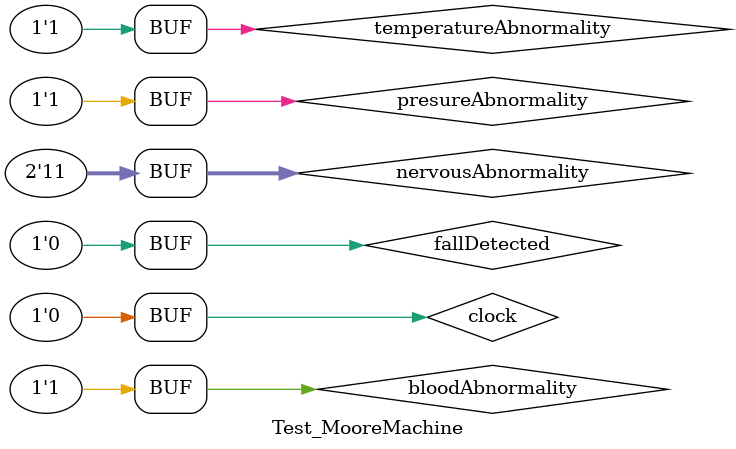
<source format=v>
`timescale 1ns / 1ps


module Test_MooreMachine;

	// Inputs
	reg clock;
	reg presureAbnormality;
	reg bloodAbnormality;
	reg fallDetected;
	reg temperatureAbnormality;
	reg [1:0] nervousAbnormality;

	// Outputs
	wire [2:0] abnormalityWarning;

	// Instantiate the Unit Under Test (UUT)
	LogicHealthcareSystemController uut (
		.clock(clock), 
		.presureAbnormality(presureAbnormality), 
		.bloodAbnormality(bloodAbnormality), 
		.fallDetected(fallDetected), 
		.temperatureAbnormality(temperatureAbnormality), 
		.nervousAbnormality(nervousAbnormality), 
		.abnormalityWarning(abnormalityWarning)
	);
	
	initial begin
		clock = 1'b0;
		repeat (50) #20 clock = ~clock;
	end

	initial begin
		// Initialize Inputs
		presureAbnormality = 0;
		bloodAbnormality = 0;
		fallDetected = 0;
		temperatureAbnormality = 0;
		nervousAbnormality = 2'b00;

		#40;
		
		presureAbnormality = 1;
		bloodAbnormality = 1;
		fallDetected = 1;
		temperatureAbnormality = 1;
		nervousAbnormality = 2'b00;

		#40;
		
		presureAbnormality = 1;
		bloodAbnormality = 1;
		fallDetected = 1;
		temperatureAbnormality = 0;
		nervousAbnormality = 2'b10;

		#40;
		
		presureAbnormality = 1;
		bloodAbnormality = 1;
		fallDetected = 0;
		temperatureAbnormality = 1;
		nervousAbnormality = 2'b11;

		#40;
		
		
        
		// Add stimulus here

	end
      
endmodule


</source>
